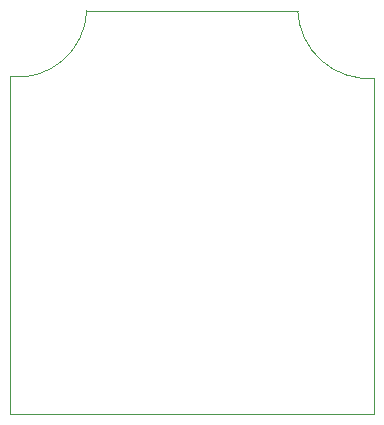
<source format=gbr>
%TF.GenerationSoftware,KiCad,Pcbnew,(5.99.0-2965-g3673c2369)*%
%TF.CreationDate,2020-08-26T16:57:39+03:00*%
%TF.ProjectId,cara-de-pelusa,63617261-2d64-4652-9d70-656c7573612e,rev?*%
%TF.SameCoordinates,Original*%
%TF.FileFunction,Profile,NP*%
%FSLAX46Y46*%
G04 Gerber Fmt 4.6, Leading zero omitted, Abs format (unit mm)*
G04 Created by KiCad (PCBNEW (5.99.0-2965-g3673c2369)) date 2020-08-26 16:57:39*
%MOMM*%
%LPD*%
G01*
G04 APERTURE LIST*
%TA.AperFunction,Profile*%
%ADD10C,0.100000*%
%TD*%
G04 APERTURE END LIST*
D10*
X115443000Y-102235000D02*
X84582000Y-102235000D01*
X115443000Y-73786999D02*
G75*
G02*
X108966000Y-68072000I-489563J5972962D01*
G01*
X84582000Y-73660000D02*
G75*
G03*
X91106488Y-68063375I661454J5830287D01*
G01*
X115443000Y-73787000D02*
X115443000Y-102235000D01*
X84582000Y-73660000D02*
X84582000Y-102235000D01*
X91106488Y-68063375D02*
X108966000Y-68072000D01*
M02*

</source>
